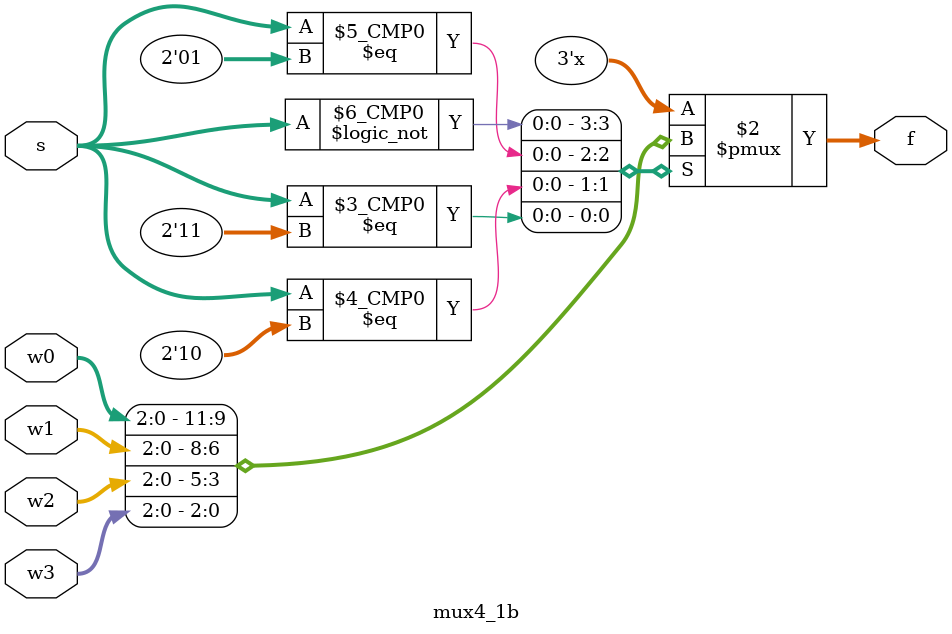
<source format=v>
module mux4_1b #(parameter n=3) (
    input [n-1:0] w3,w2,w1,w0,
    input [1:0] s,
    output reg [n-1:0] f
);
always @(w3,w2,w1,w0,s)
begin
case(s)
2'b00:f=w0;
2'b01:f=w1;
2'b10:f=w2;
2'b11:f=w3;
default:f='bx;
endcase
/*
another way
f=s[1]?(s[0]?w3:w2 ):(s[0]? w1:w0);
or do if-else
*/

end
    
endmodule
</source>
